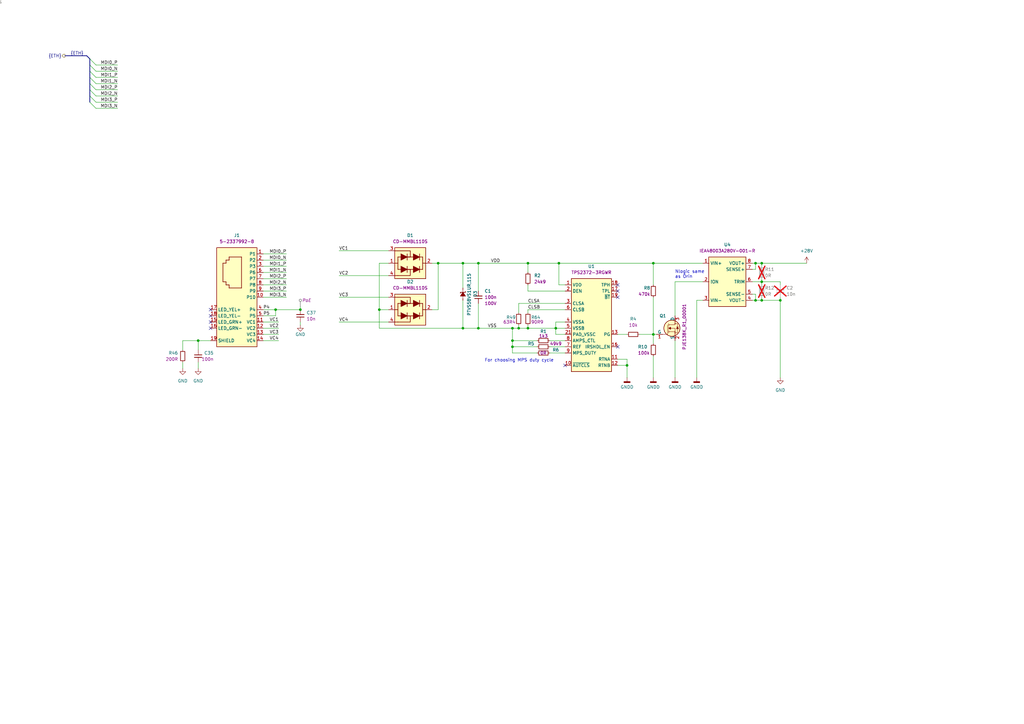
<source format=kicad_sch>
(kicad_sch (version 20230121) (generator eeschema)
  (paper "A3")
  (lib_symbols
    (symbol "PJE138K_2" (pin_names (offset 0))
      (property "Reference" "Q" (at 22.86 -6.35 0))
      (property "MPN" "PJE138K_R1_00001" (at 22.86 -16.51 0))
      (symbol "PJE138K_2_0_1"
        (polyline (pts (xy 7.62 1.143) (xy 5.08 1.143)))
        (polyline (pts (xy 2.54 0) (xy 4.572 0) (xy 4.572 3.937)))
        (polyline (pts (xy 7.62 0) (xy 7.62 2.54) (xy 5.08 2.54)))
        (polyline (pts (xy 7.62 5.08) (xy 7.62 3.937) (xy 5.08 3.937)))
        (polyline (pts (xy 7.493 0.635) (xy 8.636 0.635) (xy 8.636 3.937) (xy 8.636 4.445) (xy 7.493 4.445)))
        (circle (center 6.35 2.54) (radius 3.302) (stroke (width 0.254)) (fill (type background)))
        (circle (center 7.62 0.635) (radius 0.127))
        (circle (center 7.62 1.143) (radius 0.127))
        (circle (center 7.62 4.445) (radius 0.127))
      )
      (symbol "PJE138K_2_1_1"
        (polyline (pts (xy 5.08 1.143) (xy 5.08 0.635)))
        (polyline (pts (xy 5.08 1.143) (xy 5.08 1.651)))
        (polyline (pts (xy 5.08 2.54) (xy 5.08 2.032)))
        (polyline (pts (xy 5.08 2.54) (xy 5.08 3.048)))
        (polyline (pts (xy 5.08 4.445) (xy 5.08 3.429)))
        (polyline (pts (xy 9.144 3.048) (xy 8.128 3.048)))
        (polyline (pts (xy 5.08 2.54) (xy 5.842 3.048) (xy 5.842 2.032) (xy 5.08 2.54)) (fill (type outline)))
        (polyline (pts (xy 8.636 3.048) (xy 8.128 2.286) (xy 9.144 2.286) (xy 8.636 3.048)) (fill (type outline)))
        (pin passive line (at 0 0 0) (length 2.54) (name "G") (number "1"))
        (pin passive line (at 7.62 -2.54 90) (length 2.54) (name "S") (number "2"))
        (pin passive line (at 7.62 7.62 270) (length 2.54) (name "D") (number "3"))
      )
    )
    (symbol "R_0R_0603_1" (pin_numbers hide) (pin_names hide)
      (property "Reference" "R" (at 20.32 -5.08 0))
      (property "Val" "0R" (at 20.32 -7.62 0))
      (property "Current" "1A" (at 20.32 -30.48 0))
      (symbol "R_0R_0603_1_0_1"
        (rectangle (start 0.635 0.889) (end 4.445 -0.889) (stroke (width 0.254)))
      )
      (symbol "R_0R_0603_1_1_1"
        (pin passive line (at 0 0 0) (length 0.635) (name "~") (number "1"))
        (pin passive line (at 5.08 0 180) (length 0.635) (name "~") (number "2"))
      )
    )
    (symbol "antmicroCapacitors0402:C_100n_0402" (pin_numbers hide) (pin_names hide)
      (property "Reference" "C" (at 20.32 -5.08 0))
      (property "Val" "100n" (at 20.32 -7.62 0))
      (symbol "C_100n_0402_0_1"
        (polyline (pts (xy 2.032 -1.524) (xy 2.032 1.524)) (stroke (width 0.3048)))
        (polyline (pts (xy 3.048 -1.524) (xy 3.048 1.524)) (stroke (width 0.3302)))
      )
      (symbol "C_100n_0402_1_1"
        (pin passive line (at 0 0 0) (length 2.032) (name "~") (number "1"))
        (pin passive line (at 5.08 0 180) (length 2.032) (name "~") (number "2"))
      )
    )
    (symbol "antmicroCapacitors0402:C_10n_50V_X7R_0402" (pin_numbers hide) (pin_names hide)
      (property "Reference" "C" (at 15.24 -5.08 0))
      (property "Val" "10n" (at 15.24 -7.62 0))
      (symbol "C_10n_50V_X7R_0402_0_1"
        (polyline (pts (xy 2.032 -1.524) (xy 2.032 1.524)) (stroke (width 0.3048)))
        (polyline (pts (xy 3.048 -1.524) (xy 3.048 1.524)) (stroke (width 0.3302)))
      )
      (symbol "C_10n_50V_X7R_0402_1_1"
        (pin passive line (at 0 0 0) (length 2.032) (name "~") (number "1"))
        (pin passive line (at 5.08 0 180) (length 2.032) (name "~") (number "2"))
      )
    )
    (symbol "antmicroCapacitors0603:C_10n_0603" (pin_numbers hide) (pin_names hide)
      (property "Reference" "C" (at 20.32 -5.08 0))
      (property "Val" "10n" (at 20.32 -7.62 0))
      (symbol "C_10n_0603_0_1"
        (polyline (pts (xy 2.032 -1.524) (xy 2.032 1.524)) (stroke (width 0.3048)))
        (polyline (pts (xy 3.048 -1.524) (xy 3.048 1.524)) (stroke (width 0.3302)))
      )
      (symbol "C_10n_0603_1_1"
        (pin passive line (at 0 0 0) (length 2.032) (name "~") (number "1"))
        (pin passive line (at 5.08 0 180) (length 2.032) (name "~") (number "2"))
      )
    )
    (symbol "antmicroCapacitorsmisc:C_100n_100V_0805" (pin_numbers hide) (pin_names hide)
      (property "Reference" "C" (at 20.32 -5.08 0))
      (property "Val" "100n" (at 20.32 -7.62 0))
      (property "Voltage" "100V" (at 20.32 -27.94 0))
      (symbol "C_100n_100V_0805_0_1"
        (polyline (pts (xy 2.032 -1.524) (xy 2.032 1.524)) (stroke (width 0.3048)))
        (polyline (pts (xy 3.048 -1.524) (xy 3.048 1.524)) (stroke (width 0.3302)))
      )
      (symbol "C_100n_100V_0805_1_1"
        (pin passive line (at 0 0 0) (length 2.032) (name "~") (number "1"))
        (pin passive line (at 5.08 0 180) (length 2.032) (name "~") (number "2"))
      )
    )
    (symbol "antmicroDCDCConverters:IEA48003A280V-001-R"
      (property "Reference" "U" (at 35.56 -2.54 0))
      (property "MPN" "IEA48003A280V-001-R" (at 35.56 -5.08 0))
      (symbol "IEA48003A280V-001-R_1_1"
        (rectangle (start 2.413 2.54) (end 17.653 -17.78) (stroke (width 0.254)) (fill (type background)))
        (pin power_in line (at 0 0 0) (length 2.54) (name "VIN+") (number "1"))
        (pin input line (at 0 -7.62 0) (length 2.54) (name "!ON") (number "2"))
        (pin power_in line (at 0 -15.24 0) (length 2.54) (name "VIN-") (number "3"))
        (pin power_out line (at 20.32 -15.24 180) (length 2.54) (name "VOUT-") (number "4"))
        (pin passive line (at 20.32 -12.7 180) (length 2.54) (name "SENSE-") (number "5"))
        (pin input line (at 20.32 -7.62 180) (length 2.54) (name "TRIM") (number "6"))
        (pin passive line (at 20.32 -2.54 180) (length 2.54) (name "SENSE+") (number "7"))
        (pin power_out line (at 20.32 0 180) (length 2.54) (name "VOUT+") (number "8"))
      )
    )
    (symbol "antmicroDiodesRectifiersSingle:CD-MMBL110S" (pin_names hide)
      (property "Reference" "D" (at 26.67 -2.54 0))
      (property "MPN" "CD-MMBL110S" (at 26.67 -5.08 0))
      (symbol "CD-MMBL110S_1_1"
        (polyline (pts (xy 2.54 -5.08) (xy 3.81 -5.08)) (stroke (width 0.254)))
        (polyline (pts (xy 3.81 -10.16) (xy 2.54 -10.16)) (stroke (width 0.254)))
        (polyline (pts (xy 3.81 -3.81) (xy 3.81 -7.62)) (stroke (width 0.254)))
        (polyline (pts (xy 3.81 -2.54) (xy 3.81 -3.81)) (stroke (width 0.254)))
        (polyline (pts (xy 3.81 0) (xy 2.54 0)) (stroke (width 0.254)))
        (polyline (pts (xy 5.08 -7.62) (xy 3.81 -7.62)) (stroke (width 0.254)))
        (polyline (pts (xy 5.08 -2.54) (xy 3.81 -2.54)) (stroke (width 0.254)))
        (polyline (pts (xy 7.62 -6.35) (xy 7.62 -8.89)) (stroke (width 0.254)))
        (polyline (pts (xy 7.62 -1.27) (xy 7.62 -3.81)) (stroke (width 0.254)))
        (polyline (pts (xy 8.89 -7.62) (xy 7.62 -7.62)) (stroke (width 0.254)))
        (polyline (pts (xy 8.89 -2.54) (xy 7.62 -2.54)) (stroke (width 0.254)))
        (polyline (pts (xy 10.16 -7.62) (xy 6.35 -7.62)) (stroke (width 0.254)))
        (polyline (pts (xy 10.16 -2.54) (xy 6.35 -2.54)) (stroke (width 0.254)))
        (polyline (pts (xy 12.7 -7.62) (xy 13.97 -7.62)) (stroke (width 0.254)))
        (polyline (pts (xy 12.7 -6.35) (xy 12.7 -8.89)) (stroke (width 0.254)))
        (polyline (pts (xy 12.7 -2.54) (xy 13.97 -2.54)) (stroke (width 0.254)))
        (polyline (pts (xy 12.7 -1.27) (xy 12.7 -3.81)) (stroke (width 0.254)))
        (polyline (pts (xy 13.97 -5.08) (xy 15.24 -5.08)) (stroke (width 0.254)))
        (polyline (pts (xy 13.97 -3.81) (xy 13.97 -7.62)) (stroke (width 0.254)))
        (polyline (pts (xy 13.97 -2.54) (xy 13.97 -3.81)) (stroke (width 0.254)))
        (polyline (pts (xy 8.89 -7.62) (xy 8.89 -10.16) (xy 3.81 -10.16)) (stroke (width 0.254)))
        (polyline (pts (xy 8.89 -2.54) (xy 8.89 0) (xy 3.81 0)) (stroke (width 0.254)))
        (polyline (pts (xy 5.08 -6.35) (xy 5.08 -8.89) (xy 7.62 -7.62) (xy 5.08 -6.35)) (stroke (width 0.254)) (fill (type outline)))
        (polyline (pts (xy 5.08 -1.27) (xy 5.08 -3.81) (xy 7.62 -2.54) (xy 5.08 -1.27)) (stroke (width 0.254)) (fill (type outline)))
        (polyline (pts (xy 10.16 -6.35) (xy 10.16 -8.89) (xy 12.7 -7.62) (xy 10.16 -6.35)) (stroke (width 0.254)) (fill (type outline)))
        (polyline (pts (xy 10.16 -1.27) (xy 10.16 -3.81) (xy 12.7 -2.54) (xy 10.16 -1.27)) (stroke (width 0.254)) (fill (type outline)))
        (rectangle (start 2.54 1.27) (end 15.24 -11.43) (stroke (width 0.254)) (fill (type background)))
        (pin passive line (at 0 -5.08 0) (length 2.54) (name "1") (number "1"))
        (pin passive line (at 17.78 -5.08 180) (length 2.54) (name "2") (number "2"))
        (pin passive line (at 0 0 0) (length 2.54) (name "3") (number "3"))
        (pin passive line (at 0 -10.16 0) (length 2.54) (name "4") (number "4"))
      )
    )
    (symbol "antmicroModularConnectorsJacksWithMagnetics:Bus_RJ45_5-2337992-8"
      (property "Reference" "J" (at 35.56 -2.54 0))
      (property "MPN" "5-2337992-8" (at 35.56 -12.7 0))
      (symbol "Bus_RJ45_5-2337992-8_1_1"
        (polyline (pts (xy 8.89 -13.97) (xy 13.97 -13.97)) (stroke (width 0.254)) (fill (type background)))
        (polyline (pts (xy 8.89 -1.27) (xy 8.89 -13.97)) (stroke (width 0.254)) (fill (type background)))
        (polyline (pts (xy 8.89 -1.27) (xy 13.97 -1.27)) (stroke (width 0.254)) (fill (type background)))
        (polyline (pts (xy 13.97 -13.97) (xy 13.97 -12.7)) (stroke (width 0.254)) (fill (type background)))
        (polyline (pts (xy 13.97 -12.7) (xy 15.24 -12.7)) (stroke (width 0.254)) (fill (type background)))
        (polyline (pts (xy 13.97 -2.54) (xy 15.24 -2.54)) (stroke (width 0.254)) (fill (type background)))
        (polyline (pts (xy 13.97 -1.27) (xy 13.97 -2.54)) (stroke (width 0.254)) (fill (type background)))
        (polyline (pts (xy 15.24 -12.7) (xy 15.24 -11.43)) (stroke (width 0.254)) (fill (type background)))
        (polyline (pts (xy 15.24 -11.43) (xy 16.51 -11.43)) (stroke (width 0.254)) (fill (type background)))
        (polyline (pts (xy 15.24 -3.81) (xy 16.51 -3.81)) (stroke (width 0.254)) (fill (type background)))
        (polyline (pts (xy 15.24 -2.54) (xy 15.24 -3.81)) (stroke (width 0.254)) (fill (type background)))
        (polyline (pts (xy 16.51 -3.81) (xy 16.51 -11.43)) (stroke (width 0.254)) (fill (type background)))
        (rectangle (start 2.54 2.54) (end 19.05 -38.1) (stroke (width 0.254)) (fill (type background)))
        (pin bidirectional line (at 0 0 0) (length 2.54) (name "P1") (number "1"))
        (pin bidirectional line (at 0 -17.78 0) (length 2.54) (name "P10") (number "10"))
        (pin bidirectional line (at 0 -27.94 0) (length 2.54) (name "VC1") (number "11"))
        (pin bidirectional line (at 0 -30.48 0) (length 2.54) (name "VC2") (number "12"))
        (pin bidirectional line (at 0 -33.02 0) (length 2.54) (name "VC3") (number "13"))
        (pin bidirectional line (at 0 -35.56 0) (length 2.54) (name "VC4") (number "14"))
        (pin passive line (at 21.59 -27.94 180) (length 2.54) (name "LED_GRN+") (number "15"))
        (pin passive line (at 21.59 -30.48 180) (length 2.54) (name "LED_GRN-") (number "16"))
        (pin passive line (at 21.59 -22.86 180) (length 2.54) (name "LED_YEL+") (number "17"))
        (pin passive line (at 21.59 -25.4 180) (length 2.54) (name "LED_YEL-") (number "18"))
        (pin passive line (at 21.59 -35.56 180) (length 2.54) (name "SHIELD") (number "19"))
        (pin bidirectional line (at 0 -2.54 0) (length 2.54) (name "P2") (number "2"))
        (pin passive line (at 21.59 -35.56 180) (length 2.54) hide (name "SHIELD") (number "20"))
        (pin bidirectional line (at 0 -5.08 0) (length 2.54) (name "P3") (number "3"))
        (pin bidirectional line (at 0 -22.86 0) (length 2.54) (name "P4") (number "4"))
        (pin bidirectional line (at 0 -25.4 0) (length 2.54) (name "P5") (number "5"))
        (pin bidirectional line (at 0 -7.62 0) (length 2.54) (name "P6") (number "6"))
        (pin bidirectional line (at 0 -10.16 0) (length 2.54) (name "P7") (number "7"))
        (pin bidirectional line (at 0 -12.7 0) (length 2.54) (name "P8") (number "8"))
        (pin bidirectional line (at 0 -15.24 0) (length 2.54) (name "P9") (number "9"))
      )
    )
    (symbol "antmicroPMICPowerDistributionSwitchesLoadDrivers:TPS2372-3RGWR"
      (property "Reference" "U" (at 35.56 0 0))
      (property "MPN" "TPS2372-3RGWR" (at 35.56 -10.16 0))
      (symbol "TPS2372-3RGWR_1_1"
        (rectangle (start 2.54 2.54) (end 19.05 -35.56) (stroke (width 0.254)) (fill (type background)))
        (pin power_in line (at 0 0 0) (length 2.54) (name "VDD") (number "1"))
        (pin input line (at 0 -33.02 0) (length 2.54) (name "~{AUTCLS}") (number "10"))
        (pin power_out line (at 21.59 -30.48 180) (length 2.54) (name "RTNA") (number "11"))
        (pin power_out line (at 21.59 -33.02 180) (length 2.54) (name "RTNB") (number "12"))
        (pin output line (at 21.59 -20.32 180) (length 2.54) (name "PG") (number "13"))
        (pin no_connect line (at 19.05 -15.24 180) (length 2.54) hide (name "NC") (number "14"))
        (pin no_connect line (at 19.05 -12.7 180) (length 2.54) hide (name "NC") (number "15"))
        (pin output line (at 21.59 -25.4 180) (length 2.54) (name "IRSHDL_EN") (number "16"))
        (pin output line (at 21.59 -2.54 180) (length 2.54) (name "TPL") (number "17"))
        (pin output line (at 21.59 0 180) (length 2.54) (name "TPH") (number "18"))
        (pin output line (at 21.59 -5.08 180) (length 2.54) (name "~{BT}") (number "19"))
        (pin input line (at 0 -2.54 0) (length 2.54) (name "DEN") (number "2"))
        (pin no_connect line (at 19.05 -10.16 180) (length 2.54) hide (name "NC") (number "20"))
        (pin power_in line (at 0 -20.32 0) (length 2.54) (name "PAD_VSSC") (number "21"))
        (pin input line (at 0 -7.62 0) (length 2.54) (name "CLSA") (number "3"))
        (pin power_in line (at 0 -15.24 0) (length 2.54) (name "VSSA") (number "4"))
        (pin power_in line (at 0 -17.78 0) (length 2.54) (name "VSSB") (number "5"))
        (pin input line (at 0 -10.16 0) (length 2.54) (name "CLSB") (number "6"))
        (pin input line (at 0 -25.4 0) (length 2.54) (name "REF") (number "7"))
        (pin input line (at 0 -22.86 0) (length 2.54) (name "AMPS_CTL") (number "8"))
        (pin input line (at 0 -27.94 0) (length 2.54) (name "MPS_DUTY") (number "9"))
      )
    )
    (symbol "antmicroResistors0402:R_0R_0402" (pin_numbers hide) (pin_names hide)
      (property "Reference" "R" (at 20.32 -5.08 0))
      (property "Val" "0R" (at 20.32 -7.62 0))
      (symbol "R_0R_0402_0_1"
        (rectangle (start 0.635 0.889) (end 4.445 -0.889) (stroke (width 0.254)))
      )
      (symbol "R_0R_0402_1_1"
        (pin passive line (at 0 0 0) (length 0.635) (name "~") (number "1"))
        (pin passive line (at 5.08 0 180) (length 0.635) (name "~") (number "2"))
      )
    )
    (symbol "antmicroResistors0402:R_100k_0402" (pin_numbers hide) (pin_names hide)
      (property "Reference" "R" (at 20.32 -5.08 0))
      (property "Val" "100k" (at 20.32 -7.62 0))
      (symbol "R_100k_0402_0_1"
        (rectangle (start 0.635 0.889) (end 4.445 -0.889) (stroke (width 0.254)))
      )
      (symbol "R_100k_0402_1_1"
        (pin passive line (at 0 0 0) (length 0.635) (name "~") (number "1"))
        (pin passive line (at 5.08 0 180) (length 0.635) (name "~") (number "2"))
      )
    )
    (symbol "antmicroResistors0402:R_10k_0402" (pin_numbers hide) (pin_names hide)
      (property "Reference" "R" (at 20.32 -5.08 0))
      (property "Val" "10k" (at 20.32 -7.62 0))
      (symbol "R_10k_0402_0_1"
        (rectangle (start 0.635 0.889) (end 4.445 -0.889) (stroke (width 0.254)))
      )
      (symbol "R_10k_0402_1_1"
        (pin passive line (at 0 0 0) (length 0.635) (name "~") (number "1"))
        (pin passive line (at 5.08 0 180) (length 0.635) (name "~") (number "2"))
      )
    )
    (symbol "antmicroResistors0402:R_200R_0402" (pin_numbers hide) (pin_names hide)
      (property "Reference" "R" (at 20.32 -5.08 0))
      (property "Val" "200R" (at 20.32 -7.62 0))
      (symbol "R_200R_0402_0_1"
        (rectangle (start 0.635 0.889) (end 4.445 -0.889) (stroke (width 0.254)))
      )
      (symbol "R_200R_0402_1_1"
        (pin passive line (at 0 0 0) (length 0.635) (name "~") (number "1"))
        (pin passive line (at 5.08 0 180) (length 0.635) (name "~") (number "2"))
      )
    )
    (symbol "antmicroResistors0402:R_24k9_0402" (pin_numbers hide) (pin_names hide)
      (property "Reference" "R" (at 20.32 -5.08 0))
      (property "Val" "24k9" (at 20.32 -7.62 0))
      (symbol "R_24k9_0402_0_1"
        (rectangle (start 0.635 0.889) (end 4.445 -0.889) (stroke (width 0.254)))
      )
      (symbol "R_24k9_0402_1_1"
        (pin passive line (at 0 0 0) (length 0.635) (name "~") (number "1"))
        (pin passive line (at 5.08 0 180) (length 0.635) (name "~") (number "2"))
      )
    )
    (symbol "antmicroResistors0402:R_470k_0402" (pin_numbers hide) (pin_names hide)
      (property "Reference" "R" (at 20.32 -5.08 0))
      (property "Val" "470k" (at 20.32 -7.62 0))
      (symbol "R_470k_0402_0_1"
        (rectangle (start 0.635 0.889) (end 4.445 -0.889) (stroke (width 0.254)))
      )
      (symbol "R_470k_0402_1_1"
        (pin passive line (at 0 0 0) (length 0.635) (name "~") (number "1"))
        (pin passive line (at 5.08 0 180) (length 0.635) (name "~") (number "2"))
      )
    )
    (symbol "antmicroResistors0402:R_49k9_0402" (pin_numbers hide) (pin_names hide)
      (property "Reference" "R" (at 20.32 -5.08 0))
      (property "Val" "49k9" (at 20.32 -7.62 0))
      (symbol "R_49k9_0402_0_1"
        (rectangle (start 0.635 0.889) (end 4.445 -0.889) (stroke (width 0.254)))
      )
      (symbol "R_49k9_0402_1_1"
        (pin passive line (at 0 0 0) (length 0.635) (name "~") (number "1"))
        (pin passive line (at 5.08 0 180) (length 0.635) (name "~") (number "2"))
      )
    )
    (symbol "antmicroResistors0603:R_0R_0603" (pin_numbers hide) (pin_names hide)
      (property "Reference" "R" (at 20.32 -5.08 0))
      (property "Val" "0R" (at 20.32 -7.62 0))
      (property "Current" "1A" (at 20.32 -30.48 0))
      (symbol "R_0R_0603_0_1"
        (rectangle (start 0.635 0.889) (end 4.445 -0.889) (stroke (width 0.254)))
      )
      (symbol "R_0R_0603_1_1"
        (pin passive line (at 0 0 0) (length 0.635) (name "~") (number "1"))
        (pin passive line (at 5.08 0 180) (length 0.635) (name "~") (number "2"))
      )
    )
    (symbol "antmicroResistors0603:R_1k3_0603" (pin_numbers hide) (pin_names hide)
      (property "Reference" "R" (at 20.32 -5.08 0))
      (property "Val" "1k3" (at 20.32 -7.62 0))
      (symbol "R_1k3_0603_0_1"
        (rectangle (start 0.635 0.889) (end 4.445 -0.889) (stroke (width 0.254)))
      )
      (symbol "R_1k3_0603_1_1"
        (pin passive line (at 0 0 0) (length 0.635) (name "~") (number "1"))
        (pin passive line (at 5.08 0 180) (length 0.635) (name "~") (number "2"))
      )
    )
    (symbol "antmicroResistors0603:R_63R4_0603" (pin_numbers hide) (pin_names hide)
      (property "Reference" "R" (at 20.32 -5.08 0))
      (property "Val" "63R4" (at 20.32 -7.62 0))
      (symbol "R_63R4_0603_0_1"
        (rectangle (start 0.635 0.889) (end 4.445 -0.889) (stroke (width 0.254)))
      )
      (symbol "R_63R4_0603_1_1"
        (pin passive line (at 0 0 0) (length 0.635) (name "~") (number "1"))
        (pin passive line (at 5.08 0 180) (length 0.635) (name "~") (number "2"))
      )
    )
    (symbol "antmicroResistors0603:R_90R9_0603" (pin_numbers hide) (pin_names hide)
      (property "Reference" "R" (at 20.32 -5.08 0))
      (property "Val" "90R9" (at 20.32 -7.62 0))
      (symbol "R_90R9_0603_0_1"
        (rectangle (start 0.635 0.889) (end 4.445 -0.889) (stroke (width 0.254)))
      )
      (symbol "R_90R9_0603_1_1"
        (pin passive line (at 0 0 0) (length 0.635) (name "~") (number "1"))
        (pin passive line (at 5.08 0 180) (length 0.635) (name "~") (number "2"))
      )
    )
    (symbol "antmicroTVSDiodes:PTVS58VS1UR,115" (pin_numbers hide) (pin_names hide)
      (property "Reference" "D" (at 21.59 -5.08 0))
      (property "MPN" "PTVS58VS1UR,115" (at 21.59 -7.62 0))
      (symbol "PTVS58VS1UR,115_0_1"
        (polyline (pts (xy 1.905 0) (xy 0.635 0)))
        (polyline (pts (xy 4.445 0) (xy 3.175 0)))
      )
      (symbol "PTVS58VS1UR,115_1_1"
        (polyline (pts (xy 1.778 1.016) (xy 1.397 1.016)) (stroke (width 0.254)))
        (polyline (pts (xy 1.778 1.016) (xy 1.778 -1.016)) (stroke (width 0.254)))
        (polyline (pts (xy 2.159 -1.016) (xy 1.778 -1.016)) (stroke (width 0.254)))
        (polyline (pts (xy 3.302 1.016) (xy 3.302 -1.016) (xy 1.778 0) (xy 3.302 1.016)) (stroke (width 0.254)) (fill (type outline)))
        (pin passive line (at 0 0 0) (length 0.635) (name "C") (number "1"))
        (pin passive line (at 5.08 0 180) (length 0.635) (name "A") (number "2"))
      )
    )
    (symbol "antmicropower:+28V" (power) (pin_names (offset 0))
      (property "Value" "+28V" (at 0 3.81 0))
      (symbol "+28V_0_1"
        (polyline (pts (xy -0.762 1.27) (xy 0 2.54)))
        (polyline (pts (xy 0 0) (xy 0 2.54)))
        (polyline (pts (xy 0 2.54) (xy 0.762 1.27)))
      )
      (symbol "+28V_1_1"
        (pin power_in line (at 0 0 90) (length 0) hide (name "+28V") (number "1"))
      )
    )
    (symbol "antmicropower:GND" (power) (pin_numbers hide) (pin_names hide)
      (property "Value" "GND" (at 8.89 -5.08 0))
      (symbol "GND_1_1"
        (polyline (pts (xy 0 0) (xy 0 -1.27) (xy 1.27 -1.27) (xy 0 -2.54) (xy -1.27 -1.27) (xy 0 -1.27)))
        (pin power_in line (at 0 0 270) (length 0) (name "GND") (number "1"))
      )
    )
    (symbol "antmicropower:GNDD" (power) (pin_numbers hide) (pin_names hide)
      (property "Value" "GNDD" (at 15.24 -5.08 0))
      (symbol "GNDD_1_1"
        (rectangle (start -1.27 -1.524) (end 1.27 -2.032) (fill (type outline)))
        (polyline (pts (xy 0 0) (xy 0 -1.524)) (fill (type background)))
        (pin power_in line (at 0 0 270) (length 0) (name "GNDD") (number "1"))
      )
    )
  )
  (junction (at 210.185 134.62))
  (junction (at 309.88 123.19))
  (junction (at 196.215 107.95))
  (junction (at 267.97 107.95))
  (junction (at 179.705 107.95))
  (junction (at 210.185 142.24))
  (junction (at 227.965 134.62))
  (junction (at 189.865 134.62))
  (junction (at 123.19 127))
  (junction (at 81.28 139.7))
  (junction (at 155.575 127))
  (junction (at 113.03 127))
  (junction (at 216.535 134.62))
  (junction (at 309.88 107.95))
  (junction (at 210.185 139.7))
  (junction (at 312.42 107.95))
  (junction (at 312.42 123.19))
  (junction (at 257.175 149.86))
  (junction (at 189.865 107.95))
  (junction (at 196.215 134.62))
  (junction (at 312.42 115.57))
  (junction (at 229.235 107.95))
  (junction (at 216.535 107.95))
  (junction (at 320.04 123.19))
  (junction (at 267.97 137.16))
  (junction (at 212.725 134.62))
  (no_connect (at 253.365 119.38))
  (no_connect (at 86.36 127))
  (no_connect (at 86.36 129.54))
  (no_connect (at 86.36 134.62))
  (no_connect (at 253.365 142.24))
  (no_connect (at 253.365 121.92))
  (no_connect (at 253.365 116.84))
  (no_connect (at 86.36 132.08))
  (no_connect (at 231.775 149.86))
  (bus_entry (at 36.83 34.29) (size 2.54 2.54))
  (bus_entry (at 36.83 31.75) (size 2.54 2.54))
  (bus_entry (at 36.83 24.13) (size 2.54 2.54))
  (bus_entry (at 36.83 41.91) (size 2.54 2.54))
  (bus_entry (at 36.83 36.83) (size 2.54 2.54))
  (bus_entry (at 36.83 26.67) (size 2.54 2.54))
  (bus_entry (at 36.83 39.37) (size 2.54 2.54))
  (bus_entry (at 36.83 29.21) (size 2.54 2.54))
  (bus_alias "ETH" (members "MDI0_P" "MDI0_N" "MDI1_P" "MDI1_N" "MDI2_P" "MDI2_N" "MDI3_N" "MDI3_P"))
  (bus (pts (xy 36.83 39.37) (xy 36.83 41.91)))
  (wire (pts (xy 210.185 144.78) (xy 210.185 142.24)))
  (wire (pts (xy 107.95 132.08) (xy 114.3 132.08)))
  (wire (pts (xy 107.95 106.68) (xy 117.475 106.68)))
  (wire (pts (xy 39.37 31.75) (xy 48.26 31.75)))
  (wire (pts (xy 39.37 26.67) (xy 48.26 26.67)))
  (wire (pts (xy 189.865 134.62) (xy 155.575 134.62)))
  (wire (pts (xy 312.42 115.57) (xy 320.04 115.57)))
  (wire (pts (xy 107.95 134.62) (xy 114.3 134.62)))
  (bus (pts (xy 36.83 36.83) (xy 36.83 39.37)))
  (wire (pts (xy 212.725 124.46) (xy 231.775 124.46)))
  (wire (pts (xy 155.575 134.62) (xy 155.575 127)))
  (wire (pts (xy 231.775 139.7) (xy 225.425 139.7)))
  (wire (pts (xy 212.725 134.62) (xy 216.535 134.62)))
  (wire (pts (xy 189.865 123.19) (xy 189.865 134.62)))
  (wire (pts (xy 155.575 127) (xy 155.575 107.95)))
  (wire (pts (xy 74.93 148.59) (xy 74.93 151.13)))
  (wire (pts (xy 312.42 123.19) (xy 320.04 123.19)))
  (wire (pts (xy 113.03 129.54) (xy 113.03 127)))
  (wire (pts (xy 81.28 148.59) (xy 81.28 151.13)))
  (wire (pts (xy 107.95 139.7) (xy 114.3 139.7)))
  (wire (pts (xy 308.61 107.95) (xy 309.88 107.95)))
  (wire (pts (xy 320.04 123.19) (xy 320.04 121.92)))
  (wire (pts (xy 231.775 144.78) (xy 225.425 144.78)))
  (wire (pts (xy 107.95 114.3) (xy 117.475 114.3)))
  (wire (pts (xy 312.42 107.95) (xy 330.835 107.95)))
  (wire (pts (xy 179.705 107.95) (xy 189.865 107.95)))
  (wire (pts (xy 216.535 119.38) (xy 216.535 116.84)))
  (wire (pts (xy 107.95 109.22) (xy 117.475 109.22)))
  (bus (pts (xy 36.83 24.13) (xy 35.56 22.86)))
  (wire (pts (xy 309.88 107.95) (xy 312.42 107.95)))
  (wire (pts (xy 212.725 133.35) (xy 212.725 134.62)))
  (bus (pts (xy 36.83 31.75) (xy 36.83 34.29)))
  (wire (pts (xy 257.175 149.86) (xy 253.365 149.86)))
  (wire (pts (xy 74.93 139.7) (xy 81.28 139.7)))
  (wire (pts (xy 276.86 115.57) (xy 276.86 129.54)))
  (bus (pts (xy 36.83 34.29) (xy 36.83 36.83)))
  (wire (pts (xy 276.86 139.7) (xy 276.86 154.94)))
  (wire (pts (xy 309.88 110.49) (xy 309.88 107.95)))
  (wire (pts (xy 123.19 132.08) (xy 123.19 133.35)))
  (wire (pts (xy 216.535 107.95) (xy 216.535 111.76)))
  (wire (pts (xy 139.065 113.03) (xy 159.385 113.03)))
  (wire (pts (xy 216.535 133.35) (xy 216.535 134.62)))
  (wire (pts (xy 216.535 127) (xy 231.775 127)))
  (wire (pts (xy 267.97 146.05) (xy 267.97 154.94)))
  (wire (pts (xy 216.535 119.38) (xy 231.775 119.38)))
  (wire (pts (xy 113.03 127) (xy 123.19 127)))
  (wire (pts (xy 39.37 44.45) (xy 48.26 44.45)))
  (wire (pts (xy 107.95 129.54) (xy 113.03 129.54)))
  (wire (pts (xy 312.42 121.92) (xy 312.42 123.19)))
  (wire (pts (xy 309.88 123.19) (xy 312.42 123.19)))
  (wire (pts (xy 139.065 121.92) (xy 159.385 121.92)))
  (wire (pts (xy 107.95 137.16) (xy 114.3 137.16)))
  (wire (pts (xy 179.705 127) (xy 177.165 127)))
  (wire (pts (xy 177.165 107.95) (xy 179.705 107.95)))
  (wire (pts (xy 288.29 115.57) (xy 276.86 115.57)))
  (wire (pts (xy 267.97 107.95) (xy 288.29 107.95)))
  (wire (pts (xy 107.95 119.38) (xy 117.475 119.38)))
  (wire (pts (xy 179.705 107.95) (xy 179.705 127)))
  (wire (pts (xy 81.28 139.7) (xy 81.28 143.51)))
  (wire (pts (xy 267.97 137.16) (xy 269.24 137.16)))
  (wire (pts (xy 257.175 147.32) (xy 257.175 149.86)))
  (wire (pts (xy 210.185 142.24) (xy 220.345 142.24)))
  (wire (pts (xy 210.185 134.62) (xy 212.725 134.62)))
  (wire (pts (xy 139.065 132.08) (xy 159.385 132.08)))
  (wire (pts (xy 159.385 127) (xy 155.575 127)))
  (wire (pts (xy 288.29 123.19) (xy 285.75 123.19)))
  (wire (pts (xy 189.865 107.95) (xy 189.865 118.11)))
  (wire (pts (xy 253.365 137.16) (xy 257.175 137.16)))
  (wire (pts (xy 107.95 111.76) (xy 117.475 111.76)))
  (wire (pts (xy 196.215 134.62) (xy 210.185 134.62)))
  (wire (pts (xy 81.28 139.7) (xy 86.36 139.7)))
  (wire (pts (xy 285.75 123.19) (xy 285.75 154.94)))
  (wire (pts (xy 308.61 110.49) (xy 309.88 110.49)))
  (wire (pts (xy 227.965 134.62) (xy 231.775 134.62)))
  (wire (pts (xy 39.37 39.37) (xy 48.26 39.37)))
  (wire (pts (xy 220.345 144.78) (xy 210.185 144.78)))
  (wire (pts (xy 229.235 107.95) (xy 267.97 107.95)))
  (wire (pts (xy 231.775 116.84) (xy 229.235 116.84)))
  (wire (pts (xy 189.865 107.95) (xy 196.215 107.95)))
  (wire (pts (xy 212.725 124.46) (xy 212.725 128.27)))
  (wire (pts (xy 227.965 134.62) (xy 227.965 137.16)))
  (wire (pts (xy 39.37 36.83) (xy 48.26 36.83)))
  (wire (pts (xy 253.365 147.32) (xy 257.175 147.32)))
  (wire (pts (xy 231.775 132.08) (xy 227.965 132.08)))
  (wire (pts (xy 320.04 116.84) (xy 320.04 115.57)))
  (wire (pts (xy 308.61 120.65) (xy 309.88 120.65)))
  (wire (pts (xy 216.535 127) (xy 216.535 128.27)))
  (wire (pts (xy 267.97 107.95) (xy 267.97 116.84)))
  (wire (pts (xy 308.61 115.57) (xy 312.42 115.57)))
  (wire (pts (xy 308.61 123.19) (xy 309.88 123.19)))
  (wire (pts (xy 39.37 29.21) (xy 48.26 29.21)))
  (wire (pts (xy 312.42 115.57) (xy 312.42 116.84)))
  (bus (pts (xy 36.83 26.67) (xy 36.83 29.21)))
  (wire (pts (xy 39.37 34.29) (xy 48.26 34.29)))
  (wire (pts (xy 267.97 137.16) (xy 267.97 140.97)))
  (wire (pts (xy 139.065 102.87) (xy 159.385 102.87)))
  (wire (pts (xy 312.42 114.3) (xy 312.42 115.57)))
  (wire (pts (xy 39.37 41.91) (xy 48.26 41.91)))
  (bus (pts (xy 35.56 22.86) (xy 26.67 22.86)))
  (wire (pts (xy 107.95 121.92) (xy 117.475 121.92)))
  (wire (pts (xy 107.95 104.14) (xy 117.475 104.14)))
  (wire (pts (xy 155.575 107.95) (xy 159.385 107.95)))
  (wire (pts (xy 196.215 124.46) (xy 196.215 134.62)))
  (wire (pts (xy 225.425 142.24) (xy 231.775 142.24)))
  (wire (pts (xy 196.215 107.95) (xy 196.215 119.38)))
  (wire (pts (xy 123.19 125.73) (xy 123.19 127)))
  (wire (pts (xy 220.345 139.7) (xy 210.185 139.7)))
  (wire (pts (xy 229.235 116.84) (xy 229.235 107.95)))
  (wire (pts (xy 210.185 142.24) (xy 210.185 139.7)))
  (wire (pts (xy 74.93 143.51) (xy 74.93 139.7)))
  (wire (pts (xy 196.215 107.95) (xy 216.535 107.95)))
  (wire (pts (xy 216.535 107.95) (xy 229.235 107.95)))
  (wire (pts (xy 262.255 137.16) (xy 267.97 137.16)))
  (wire (pts (xy 227.965 132.08) (xy 227.965 134.62)))
  (wire (pts (xy 227.965 134.62) (xy 216.535 134.62)))
  (wire (pts (xy 312.42 107.95) (xy 312.42 109.22)))
  (wire (pts (xy 107.95 127) (xy 113.03 127)))
  (bus (pts (xy 36.83 24.13) (xy 36.83 26.67)))
  (wire (pts (xy 320.04 154.94) (xy 320.04 123.19)))
  (wire (pts (xy 267.97 121.92) (xy 267.97 137.16)))
  (wire (pts (xy 107.95 116.84) (xy 117.475 116.84)))
  (wire (pts (xy 196.215 134.62) (xy 189.865 134.62)))
  (wire (pts (xy 227.965 137.16) (xy 231.775 137.16)))
  (wire (pts (xy 257.175 149.86) (xy 257.175 154.94)))
  (wire (pts (xy 309.88 120.65) (xy 309.88 123.19)))
  (bus (pts (xy 36.83 29.21) (xy 36.83 31.75)))
  (wire (pts (xy 210.185 139.7) (xy 210.185 134.62)))
  (text "Nlogic same \nas Orin" (at 276.86 114.3 0) (effects (font (size 1.27 1.27)) (justify left bottom)))
  (text "For choosing MPS duty cycle" (at 198.755 148.59 0) (effects (font (size 1.27 1.27)) (justify left bottom)))
  (label "VC1" (at 114.3 132.08 180))
  (label "MDI2_N" (at 117.475 116.84 180))
  (label "MDI1_N" (at 48.26 34.29 180))
  (label "VC3" (at 114.3 137.16 180))
  (label "VC4" (at 139.065 132.08 0))
  (label "MDI3_P" (at 117.475 119.38 180))
  (label "MDI0_N" (at 117.475 106.68 180))
  (label "VC1" (at 139.065 102.87 0))
  (label "MDI3_P" (at 48.26 41.91 180))
  (label "MDI1_P" (at 117.475 109.22 180))
  (label "VC2" (at 139.065 113.03 0))
  (label "VC2" (at 114.3 134.62 180))
  (label "VC3" (at 139.065 121.92 0))
  (label "CLSA" (at 216.535 124.46 0))
  (label "VSS" (at 200.025 134.62 0))
  (label "MDI2_P" (at 117.475 114.3 180))
  (label "MDI0_P" (at 117.475 104.14 180))
  (label "P5" (at 107.95 129.54 0))
  (label "P4" (at 107.95 127 0))
  (label "MDI3_N" (at 117.475 121.92 180))
  (label "{ETH}" (at 34.29 22.86 180))
  (label "MDI2_N" (at 48.26 39.37 180))
  (label "MDI1_N" (at 117.475 111.76 180))
  (label "VC4" (at 114.3 139.7 180))
  (label "CLSB" (at 216.535 127 0))
  (label "MDI0_N" (at 48.26 29.21 180))
  (label "MDI3_N" (at 48.26 44.45 180))
  (label "MDI1_P" (at 48.26 31.75 180))
  (label "MDI0_P" (at 48.26 26.67 180))
  (label "MDI2_P" (at 48.26 36.83 180))
  (label "VDD" (at 201.295 107.95 0))
  (hierarchical_label "{ETH}" (shape output) (at 26.67 22.86 180))
  (netclass_flag "" (length 2.54) (shape round) (at 123.19 125.73 0) (property "Netclass" "PoE" (at 123.8885 123.19 0) (effects (font italic) (justify left))))
  (symbol (lib_id "antmicropower:GND") (at 81.28 151.13 0) (unit 1)
    (property "Reference" "#PWR083" (effects hide))
    (property "Value" "GND" (at 81.28 156.21 0))
    (property "Author" "Antmicro" (effects hide))
    (property "License" "Apache-2.0" (effects hide))
  )
  (symbol (lib_id "antmicroResistors0603:R_63R4_0603") (at 212.725 133.35 90) (unit 1)
    (property "Reference" "R49" (at 207.645 130.175 90) (effects (justify right)))
    (property "Value" "R_63R4_0603" (effects hide))
    (property "Footprint" "antmicro-footprints:R_0603_1608Metric" (effects hide))
    (property "Datasheet" "https://www.bourns.com/docs/product-datasheets/cr.pdf" (effects hide))
    (property "MPN" "CR0603-FX-63R4ELF" (effects hide))
    (property "Manufacturer" "Bourns" (effects hide))
    (property "License" "Apache-2.0" (effects hide))
    (property "Author" "Antmicro" (effects hide))
    (property "Val" "63R4" (at 206.375 132.08 90) (effects (justify right)))
    (property "Tolerance" "1%" (effects hide))
  )
  (symbol (lib_id "antmicropower:GNDD") (at 257.175 154.94 0) (unit 1)
    (property "Reference" "#PWR01" (effects hide))
    (property "Value" "GNDD" (at 257.175 158.75 0))
    (property "Author" "Antmicro" (effects hide))
    (property "License" "Apache-2.0" (effects hide))
  )
  (symbol (lib_id "antmicroResistors0402:R_49k9_0402") (at 220.345 142.24 0) (unit 1)
    (property "Reference" "R5" (at 217.805 140.97 0))
    (property "Value" "R_49k9_0402" (effects hide))
    (property "Footprint" "antmicro-footprints:R_0402_1005Metric" (effects hide))
    (property "Datasheet" "https://www.bourns.com/docs/product-datasheets/cr.pdf" (effects hide))
    (property "Manufacturer" "Bourns" (effects hide))
    (property "MPN" "CR0402-FX-4992GLF" (effects hide))
    (property "Val" "49k9" (at 227.965 140.97 0))
    (property "License" "Apache-2.0" (effects hide))
    (property "Author" "Antmicro" (effects hide))
    (property "Tolerance" "1%" (effects hide))
  )
  (symbol (lib_id "antmicropower:GNDD") (at 267.97 154.94 0) (unit 1)
    (property "Reference" "#PWR02" (effects hide))
    (property "Value" "GNDD" (at 267.97 158.75 0))
    (property "Author" "Antmicro" (effects hide))
    (property "License" "Apache-2.0" (effects hide))
  )
  (symbol (lib_id "antmicroResistors0402:R_100k_0402") (at 267.97 146.05 90) (unit 1)
    (property "Reference" "R10" (at 261.62 142.24 90) (effects (justify right)))
    (property "Value" "R_100k_0402" (effects hide))
    (property "Footprint" "antmicro-footprints:R_0402_1005Metric" (effects hide))
    (property "Datasheet" "https://www.bourns.com/docs/product-datasheets/cr.pdf" (effects hide))
    (property "Manufacturer" "Bourns" (effects hide))
    (property "MPN" "CR0402-FX-1003GLF" (effects hide))
    (property "Val" "100k" (at 261.62 144.78 90) (effects (justify right)))
    (property "License" "Apache-2.0" (effects hide))
    (property "Author" "Antmicro" (effects hide))
    (property "Tolerance" "1%" (effects hide))
  )
  (symbol (lib_id "antmicroResistors0402:R_10k_0402") (at 257.175 137.16 0) (unit 1)
    (property "Reference" "R4" (at 259.715 130.81 0))
    (property "Value" "R_10k_0402" (effects hide))
    (property "Footprint" "antmicro-footprints:R_0402_1005Metric" (effects hide))
    (property "Datasheet" "https://www.bourns.com/docs/product-datasheets/cr.pdf" (effects hide))
    (property "MPN" "CR0402-FX-1002GLF" (effects hide))
    (property "Manufacturer" "Bourns" (effects hide))
    (property "License" "Apache-2.0" (effects hide))
    (property "Author" "Antmicro" (effects hide))
    (property "Val" "10k" (at 259.715 133.35 0))
    (property "Tolerance" "1%" (effects hide))
  )
  (symbol (lib_id "antmicroResistors0603:R_1k3_0603") (at 220.345 139.7 0) (unit 1)
    (property "Reference" "R1" (at 222.885 135.89 0))
    (property "Value" "R_1k3_0603" (effects hide))
    (property "Footprint" "antmicro-footprints:R_0603_1608Metric" (effects hide))
    (property "Datasheet" "https://www.bourns.com/docs/product-datasheets/cr.pdf" (effects hide))
    (property "MPN" "CR0603-FX-1301ELF" (effects hide))
    (property "Manufacturer" "Bourns" (effects hide))
    (property "License" "Apache-2.0" (effects hide))
    (property "Author" "Antmicro" (effects hide))
    (property "Val" "1k3" (at 222.885 137.795 0))
    (property "Tolerance" "1%" (effects hide))
  )
  (symbol (lib_id "antmicroCapacitors0402:C_10n_50V_X7R_0402") (at 320.04 121.92 90) (unit 1) (in_bom no) (dnp yes)
    (property "Reference" "C2" (at 322.58 118.1036 90) (effects (justify right)))
    (property "Value" "C_10n_50V_X7R_0402" (effects hide))
    (property "Footprint" "antmicro-footprints:C_0402_1005Metric" (effects hide))
    (property "Datasheet" "https://www.kemet.com/en/us/capacitors/product/C0402C103J5RAC.html" (effects hide))
    (property "MPN" "C0402C103J5RAC" (effects hide))
    (property "Val" "10n" (at 322.58 120.6436 90) (effects (justify right)))
    (property "Voltage" "50V" (effects hide))
    (property "Dielectric" "X7R" (effects hide))
    (property "Manufacturer" "KEMET" (effects hide))
    (property "License" "Apache-2.0" (effects hide))
    (property "Author" "Antmicro" (effects hide))
    (property "DNP" "DNP" (at 0.0 0.0 0) (effects (font (size 1.0 1.0))))
  )
  (symbol (lib_id "antmicroModularConnectorsJacksWithMagnetics:Bus_RJ45_5-2337992-8") (at 107.95 104.14 0) (mirror y) (unit 1)
    (property "Reference" "J1" (at 97.155 96.52 0))
    (property "Value" "Bus_RJ45_5-2337992-8" (effects hide))
    (property "Footprint" "antmicro-footprints:RJ45_X-2337992-8_Horizontal" (effects hide))
    (property "Datasheet" "https://www.te.com/commerce/DocumentDelivery/DDEController?Action=showdoc&DocId=Customer+Drawing%7F5-2337992-8%7FA%7Fpdf%7FEnglish%7FENG_CD_5-2337992-8_A.pdf%7F5-2337992-8" (effects hide))
    (property "MPN" "5-2337992-8" (at 97.155 99.06 0))
    (property "Manufacturer" "TE Connectivity" (effects hide))
    (property "Author" "Antmicro" (effects hide))
    (property "License" "Apache-2.0" (effects hide))
  )
  (symbol (lib_id "antmicroDCDCConverters:IEA48003A280V-001-R") (at 288.29 107.95 0) (unit 1)
    (property "Reference" "U4" (at 298.323 100.33 0))
    (property "Value" "IEA48003A280V-001-R" (effects hide))
    (property "Footprint" "antmicro-footprints:IEA48003A280V-001-R" (effects hide))
    (property "Datasheet" "https://product.tdk.com/system/files/dam/doc/product/power/switching-power/dc-dc-converter/catalog/iea_e.pdf" (effects hide))
    (property "MPN" "IEA48003A280V-001-R" (at 298.323 102.87 0))
    (property "Manufacturer" "TDK-Lambda" (effects hide))
    (property "Author" "Antmicro" (effects hide))
    (property "License" "Apache-2.0" (effects hide))
  )
  (symbol (lib_id "antmicropower:GND") (at 74.93 151.13 0) (unit 1)
    (property "Reference" "#PWR082" (effects hide))
    (property "Value" "GND" (at 74.93 156.21 0))
    (property "Author" "Antmicro" (effects hide))
    (property "License" "Apache-2.0" (effects hide))
  )
  (symbol (lib_id "antmicroResistors0402:R_470k_0402") (at 267.97 121.92 90) (unit 1)
    (property "Reference" "R8" (at 266.7 118.11 90) (effects (justify left)))
    (property "Value" "R_470k_0402" (effects hide))
    (property "Footprint" "antmicro-footprints:R_0402_1005Metric" (effects hide))
    (property "Datasheet" "https://www.bourns.com/docs/product-datasheets/cr.pdf" (effects hide))
    (property "Manufacturer" "Bourns" (effects hide))
    (property "MPN" "CR0402-FX-4703GLF" (effects hide))
    (property "Val" "470k" (at 266.7 120.65 90) (effects (justify left)))
    (property "License" "Apache-2.0" (effects hide))
    (property "Author" "Antmicro" (effects hide))
    (property "Tolerance" "1%" (effects hide))
  )
  (symbol (lib_id "antmicropower:GND") (at 123.19 133.35 0) (unit 1)
    (property "Reference" "#PWR086" (effects hide))
    (property "Value" "GND" (at 123.19 137.16 0))
    (property "Author" "Antmicro" (effects hide))
    (property "License" "Apache-2.0" (effects hide))
  )
  (symbol (lib_id "antmicropower:GNDD") (at 276.86 154.94 0) (unit 1)
    (property "Reference" "#PWR03" (effects hide))
    (property "Value" "GNDD" (at 276.86 158.75 0))
    (property "Author" "Antmicro" (effects hide))
    (property "License" "Apache-2.0" (effects hide))
  )
  (symbol (lib_id "antmicroResistors0402:R_200R_0402") (at 74.93 148.59 90) (unit 1)
    (property "Reference" "R46" (at 73.025 144.78 90) (effects (justify left)))
    (property "Value" "R_200R_0402" (effects hide))
    (property "Footprint" "antmicro-footprints:R_0402_1005Metric" (effects hide))
    (property "Datasheet" "https://www.bourns.com/docs/product-datasheets/cr.pdf" (effects hide))
    (property "Manufacturer" "Bourns" (effects hide))
    (property "MPN" "CR0402-FX-2000GLF" (effects hide))
    (property "Val" "200R" (at 73.025 147.32 90) (effects (justify left)))
    (property "License" "Apache-2.0" (effects hide))
    (property "Author" "Antmicro" (effects hide))
    (property "Tolerance" "1%" (effects hide))
  )
  (symbol (lib_id "antmicroTVSDiodes:PTVS58VS1UR,115") (at 189.865 118.11 270) (unit 1)
    (property "Reference" "D3" (at 194.945 121.92 0) (effects (justify right)))
    (property "Value" "PTVS58VS1UR,115" (at 192.405 129.54 0) (effects (justify right)))
    (property "Footprint" "antmicro-footprints:D_SOD-123F" (effects hide))
    (property "Datasheet" "https://assets.nexperia.com/documents/data-sheet/PTVSXS1UR_SER.pdf" (effects hide))
    (property "MPN" "PTVS58VS1UR,115" (effects hide))
    (property "Manufacturer" "Nexperia" (effects hide))
    (property "Author" "Antmicro" (effects hide))
    (property "License" "Apache-2.0" (effects hide))
  )
  (symbol (lib_id "antmicroResistors0603:R_0R_0603") (at 312.42 109.22 270) (unit 1) (in_bom no) (dnp yes)
    (property "Reference" "R11" (at 313.69 110.49 90) (effects (justify left)))
    (property "Value" "R_0R_0603" (effects hide))
    (property "Footprint" "antmicro-footprints:R_0603_1608Metric" (effects hide))
    (property "Datasheet" "https://www.bourns.com/docs/product-datasheets/cr.pdf?sfvrsn=574d41f6_14" (effects hide))
    (property "Manufacturer" "Bourns" (effects hide))
    (property "MPN" "CR0603-J/-000ELF" (effects hide))
    (property "Val" "0R" (at 313.69 113.03 90) (effects (justify left)))
    (property "DNP" "DNP" (at 312.42 109.855 0) (effects (justify left)))
    (property "License" "Apache-2.0" (effects hide))
    (property "Author" "Antmicro" (effects hide))
    (property "Current" "1A" (effects hide))
  )
  (symbol (lib_id "antmicroCapacitorsmisc:C_100n_100V_0805") (at 196.215 124.46 90) (unit 1)
    (property "Reference" "C1" (at 198.755 119.3736 90) (effects (justify right)))
    (property "Value" "C_100n_100V_0805" (effects hide))
    (property "Footprint" "antmicro-footprints:C_0805_2012Metric" (effects hide))
    (property "Datasheet" "https://product.samsungsem.com/mlcc/CL21B104KCFNNN.do" (effects hide))
    (property "MPN" "CL21B104KCFNNNE" (effects hide))
    (property "Manufacturer" "Samsung Electro-Mechanics" (effects hide))
    (property "License" "Apache-2.0" (effects hide))
    (property "Author" "Antmicro" (effects hide))
    (property "Val" "100n" (at 198.755 121.9136 90) (effects (justify right)))
    (property "Voltage" "100V" (at 198.755 124.4536 90) (effects (justify right)))
    (property "Dielectric" "X7R" (effects hide))
  )
  (symbol (lib_name "R_0R_0603_1") (lib_id "antmicroResistors0603:R_0R_0603") (at 312.42 121.92 90) (unit 1) (in_bom no) (dnp yes)
    (property "Reference" "R12" (at 313.69 118.11 90) (effects (justify right)))
    (property "Value" "R_0R_0603" (effects hide))
    (property "Footprint" "antmicro-footprints:R_0603_1608Metric" (effects hide))
    (property "Datasheet" "https://www.bourns.com/docs/product-datasheets/cr.pdf?sfvrsn=574d41f6_14" (effects hide))
    (property "Manufacturer" "Bourns" (effects hide))
    (property "MPN" "CR0603-J/-000ELF" (effects hide))
    (property "Val" "0R" (at 313.69 120.65 90) (effects (justify right)))
    (property "DNP" "DNP" (at 312.42 117.475 0) (effects (justify right)))
    (property "License" "Apache-2.0" (effects hide))
    (property "Author" "Antmicro" (effects hide))
    (property "Current" "1A" (effects hide))
  )
  (symbol (lib_id "antmicroResistors0603:R_90R9_0603") (at 216.535 133.35 90) (unit 1)
    (property "Reference" "R64" (at 217.805 130.175 90) (effects (justify right)))
    (property "Value" "R_90R9_0603" (effects hide))
    (property "Footprint" "antmicro-footprints:R_0603_1608Metric" (effects hide))
    (property "Datasheet" "https://www.bourns.com/docs/product-datasheets/cr.pdf" (effects hide))
    (property "MPN" "CR0603-FX-90R9ELF" (effects hide))
    (property "Manufacturer" "Bourns" (effects hide))
    (property "License" "Apache-2.0" (effects hide))
    (property "Author" "Antmicro" (effects hide))
    (property "Val" "90R9" (at 217.805 132.08 90) (effects (justify right)))
    (property "Tolerance" "1%" (effects hide))
  )
  (symbol (lib_id "antmicroDiodesRectifiersSingle:CD-MMBL110S") (at 159.385 121.92 0) (unit 1)
    (property "Reference" "D2" (at 168.275 115.57 0))
    (property "Value" "CD-MMBL110S" (effects hide))
    (property "Footprint" "antmicro-footprints:DFN3538" (effects hide))
    (property "Datasheet" "https://www.bourns.com/docs/product-datasheets/CD-MMBL110S.pdf" (effects hide))
    (property "MPN" "CD-MMBL110S" (at 168.275 118.11 0))
    (property "Manufacturer" "Bourns" (effects hide))
    (property "Author" "Antmicro" (effects hide))
    (property "License" "Apache-2.0" (effects hide))
  )
  (symbol (lib_id "antmicropower:+28V") (at 330.835 107.95 0) (unit 1)
    (property "Reference" "#PWR046" (effects hide))
    (property "Value" "+28V" (at 330.835 102.87 0))
  )
  (symbol (lib_id "antmicropower:GNDD") (at 285.75 154.94 0) (unit 1)
    (property "Reference" "#PWR04" (effects hide))
    (property "Value" "GNDD" (at 285.75 158.75 0))
    (property "Author" "Antmicro" (effects hide))
    (property "License" "Apache-2.0" (effects hide))
  )
  (symbol (lib_id "antmicroResistors0402:R_24k9_0402") (at 216.535 111.76 270) (unit 1)
    (property "Reference" "R2" (at 219.075 113.03 90) (effects (justify left)))
    (property "Value" "R_24k9_0402" (effects hide))
    (property "Footprint" "antmicro-footprints:R_0402_1005Metric" (effects hide))
    (property "Datasheet" "https://www.bourns.com/docs/product-datasheets/cr.pdf" (effects hide))
    (property "MPN" "CR0402-FX-2492GLF" (effects hide))
    (property "Manufacturer" "Bourns" (effects hide))
    (property "License" "Apache-2.0" (effects hide))
    (property "Author" "Antmicro" (effects hide))
    (property "Val" "24k9" (at 219.075 115.57 90) (effects (justify left)))
    (property "Tolerance" "1%" (effects hide))
  )
  (symbol (lib_id "antmicroPMICPowerDistributionSwitchesLoadDrivers:TPS2372-3RGWR") (at 231.775 116.84 0) (unit 1)
    (property "Reference" "U1" (at 242.57 109.22 0))
    (property "Value" "TPS2372-3RGWR" (effects hide))
    (property "Footprint" "antmicro-footprints:VQFN-20_5x5x1mm_P0.65mm" (effects hide))
    (property "Datasheet" "https://www.ti.com/lit/ds/symlink/tps2372.pdf?ts=1679042478513&ref_url=https%253A%252F%252Fwww.google.com%252F" (effects hide))
    (property "MPN" "TPS2372-3RGWR" (at 242.57 111.76 0))
    (property "Manufacturer" "Texas Instruments" (effects hide))
    (property "Author" "Antmicro" (effects hide))
    (property "License" "Apache-2.0" (effects hide))
  )
  (symbol (lib_id "antmicroCapacitors0603:C_10n_0603") (at 123.19 132.08 90) (unit 1)
    (property "Reference" "C37" (at 125.73 128.2636 90) (effects (justify right)))
    (property "Value" "C_10n_0603" (effects hide))
    (property "Footprint" "antmicro-footprints:C_0603_1608Metric" (effects hide))
    (property "Datasheet" "https://spicat.kyocera-avx.com/product/mlcc/chartview/06031C103JAT2A/" (effects hide))
    (property "MPN" "06031C103JAT2A" (effects hide))
    (property "Manufacturer" "AVX" (effects hide))
    (property "License" "Apache-2.0" (effects hide))
    (property "Author" "Antmicro" (effects hide))
    (property "Val" "10n" (at 125.73 130.8036 90) (effects (justify right)))
    (property "Public" "False" (effects hide))
  )
  (symbol (lib_id "antmicroDiodesRectifiersSingle:CD-MMBL110S") (at 159.385 102.87 0) (unit 1)
    (property "Reference" "D1" (at 168.275 96.52 0))
    (property "Value" "CD-MMBL110S" (effects hide))
    (property "Footprint" "antmicro-footprints:DFN3538" (effects hide))
    (property "Datasheet" "https://www.bourns.com/docs/product-datasheets/CD-MMBL110S.pdf" (effects hide))
    (property "MPN" "CD-MMBL110S" (at 168.275 99.06 0))
    (property "Manufacturer" "Bourns" (effects hide))
    (property "Author" "Antmicro" (effects hide))
    (property "License" "Apache-2.0" (effects hide))
  )
  (symbol (lib_id "antmicropower:GND") (at 320.04 154.94 0) (unit 1)
    (property "Reference" "#PWR07" (effects hide))
    (property "Value" "GND" (at 320.04 160.02 0))
    (property "Author" "Antmicro" (effects hide))
    (property "License" "Apache-2.0" (effects hide))
  )
  (symbol (lib_id "antmicroCapacitors0402:C_100n_0402") (at 81.28 143.51 270) (unit 1)
    (property "Reference" "C35" (at 87.63 144.78 90) (effects (justify right)))
    (property "Value" "C_100n_0402" (effects hide))
    (property "Footprint" "antmicro-footprints:C_0402_1005Metric" (effects hide))
    (property "Datasheet" "https://search.murata.co.jp/Ceramy/image/img/A01X/G101/ENG/GRM155R61H104KE14-01.pdf" (effects hide))
    (property "Manufacturer" "Murata" (effects hide))
    (property "MPN" "GRM155R61H104KE14D" (effects hide))
    (property "Val" "100n" (at 87.63 147.32 90) (effects (justify right)))
    (property "License" "Apache-2.0" (effects hide))
    (property "Author" "Antmicro" (effects hide))
    (property "Voltage" "50V" (effects hide))
    (property "Dielectric" "X5R" (effects hide))
  )
  (symbol (lib_id "antmicroResistors0402:R_0R_0402") (at 220.345 144.78 0) (unit 1)
    (property "Reference" "R6" (at 227.965 143.51 0))
    (property "Value" "R_0R_0402" (effects hide))
    (property "Footprint" "antmicro-footprints:R_0402_1005Metric" (effects hide))
    (property "Datasheet" "https://industrial.panasonic.com/cdbs/www-data/pdf/RDA0000/AOA0000C301.pdf" (effects hide))
    (property "MPN" "ERJ2GE0R00X" (effects hide))
    (property "Manufacturer" "Panasonic" (effects hide))
    (property "License" "Apache-2.0" (effects hide))
    (property "Author" "Antmicro" (effects hide))
    (property "Val" "0R" (at 222.885 144.78 0))
    (property "Current" "1A" (effects hide))
  )
  (symbol (lib_name "PJE138K_2") (lib_id "antmicroTransistorsFETsMOSFETsSingle:PJE138K") (at 269.24 137.16 0) (unit 1)
    (property "Reference" "Q1" (at 270.51 129.54 0) (effects (justify left)))
    (property "Value" "PJE138K" (effects hide))
    (property "Footprint" "antmicro-footprints:SOT-523" (effects hide))
    (property "Datasheet" "https://www.mouser.com/datasheet/2/1057/PJE138K-1876698.pdf" (effects hide))
    (property "MPN" "PJE138K_R1_00001" (at 280.67 143.51 90) (effects (justify left)))
    (property "Manufacturer" "PANJIT" (effects hide))
    (property "Author" "Antmicro" (effects hide))
    (property "License" "Apache-2.0" (effects hide))
  )
)
</source>
